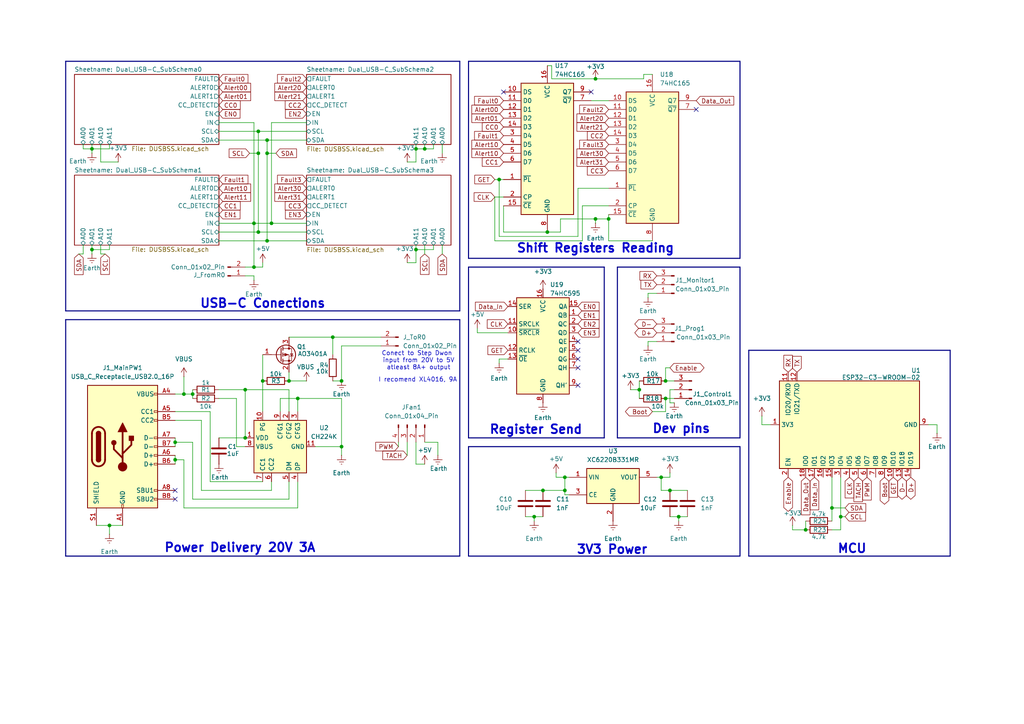
<source format=kicad_sch>
(kicad_sch (version 20250114) (generator "eeschema") (generator_version "9.0")
  (paper "A4")
  (text "MCU" (at 247.142 159.258 0) (effects (font (size 2.54 2.54) (thickness 0.508) (bold yes))))
  (text "Shift Registers Reading\n\n" (at 172.72 74.168 0) (effects (font (size 2.54 2.54) (thickness 0.508) (bold yes))))
  (text "3V3 Power" (at 177.546 159.512 0) (effects (font (size 2.54 2.54) (thickness 0.508) (bold yes))))
  (text "Power Delivery 20V 3A\n\n" (at 69.596 161.036 0) (effects (font (size 2.54 2.54) (thickness 0.508) (bold yes))))
  (text "I recomend XL4016, 9A" (at 121.158 110.236 0) (effects (font (size 1.27 1.27))))
  (text "Dev pins\n" (at 197.612 124.46 0) (effects (font (size 2.54 2.54) (thickness 0.508) (bold yes))))
  (text "USB-C Conections\n" (at 76.2 88.138 0) (effects (font (size 2.54 2.54) (thickness 0.508) (bold yes))))
  (text "Conect to Step Dwon \ninput from 20V to 5V\natleast 8A+ output\n\n" (at 121.412 105.664 0) (effects (font (size 1.27 1.27))))
  (text "Register Send" (at 155.448 124.714 0) (effects (font (size 2.54 2.54) (thickness 0.508) (bold yes))))
  (junction (at 86.36 115.57))
  (junction (at 83.82 110.49))
  (junction (at 120.65 43.18))
  (junction (at 26.67 43.18))
  (junction (at 176.53 63.5))
  (junction (at 50.8 128.27))
  (junction (at 233.68 153.67))
  (junction (at 185.42 113.03))
  (junction (at 53.34 114.3))
  (junction (at 163.83 138.43))
  (junction (at 194.31 142.24))
  (junction (at 99.06 129.54))
  (junction (at 31.75 152.4))
  (junction (at 120.65 72.39))
  (junction (at 76.2 110.49))
  (junction (at 172.72 22.86))
  (junction (at 144.78 52.07))
  (junction (at 77.47 40.64))
  (junction (at 157.48 142.24))
  (junction (at 163.83 142.24))
  (junction (at 193.04 110.49))
  (junction (at 74.93 38.1))
  (junction (at 50.8 133.35))
  (junction (at 73.66 64.77))
  (junction (at 71.12 113.03))
  (junction (at 73.66 77.47))
  (junction (at 74.93 67.31))
  (junction (at 26.67 72.39))
  (junction (at 172.72 63.5))
  (junction (at 241.3 147.32))
  (junction (at 193.04 115.57))
  (junction (at 74.93 44.45))
  (junction (at 196.85 149.86))
  (junction (at 77.47 69.85))
  (junction (at 55.88 114.3))
  (junction (at 96.52 97.79))
  (junction (at 191.77 138.43))
  (junction (at 78.74 64.77))
  (junction (at 77.47 44.45))
  (junction (at 123.19 43.18))
  (junction (at 154.94 149.86))
  (junction (at 243.84 149.86))
  (junction (at 158.75 67.31))
  (junction (at 71.12 127))
  (junction (at 99.06 110.49))
  (no_connect (at 167.64 104.14))
  (no_connect (at 146.05 26.67))
  (no_connect (at 50.8 144.78))
  (no_connect (at 167.64 111.76))
  (no_connect (at 50.8 142.24))
  (no_connect (at 171.45 26.67))
  (no_connect (at 201.93 31.75))
  (no_connect (at 167.64 101.6))
  (no_connect (at 167.64 99.06))
  (no_connect (at 167.64 106.68))
  (wire (pts (xy 53.34 109.22) (xy 53.34 114.3)))
  (wire (pts (xy 243.84 149.86) (xy 243.84 153.67)))
  (wire (pts (xy 120.65 41.91) (xy 120.65 43.18)))
  (wire (pts (xy 24.13 43.18) (xy 24.13 41.91)))
  (wire (pts (xy 34.29 46.99) (xy 29.21 46.99)))
  (wire (pts (xy 194.31 116.84) (xy 195.58 116.84)))
  (wire (pts (xy 157.48 142.24) (xy 163.83 142.24)))
  (wire (pts (xy 168.91 59.69) (xy 168.91 69.85)))
  (wire (pts (xy 144.78 52.07) (xy 146.05 52.07)))
  (wire (pts (xy 120.65 72.39) (xy 120.65 76.2)))
  (wire (pts (xy 60.96 119.38) (xy 60.96 139.7)))
  (wire (pts (xy 154.94 151.13) (xy 154.94 149.86)))
  (bus (pts (xy 217.17 161.29) (xy 217.17 101.6)))
  (wire (pts (xy 229.87 153.67) (xy 229.87 152.4)))
  (wire (pts (xy 55.88 144.78) (xy 55.88 128.27)))
  (wire (pts (xy 77.47 40.64) (xy 63.5 40.64)))
  (wire (pts (xy 193.04 110.49) (xy 195.58 110.49)))
  (wire (pts (xy 83.82 97.79) (xy 96.52 97.79)))
  (wire (pts (xy 73.66 80.01) (xy 71.12 80.01)))
  (wire (pts (xy 163.83 138.43) (xy 163.83 142.24)))
  (wire (pts (xy 243.84 149.86) (xy 245.11 149.86)))
  (wire (pts (xy 160.02 19.05) (xy 160.02 22.86)))
  (bus (pts (xy 135.89 127) (xy 135.89 77.47)))
  (wire (pts (xy 63.5 64.77) (xy 73.66 64.77)))
  (wire (pts (xy 24.13 71.12) (xy 24.13 73.66)))
  (wire (pts (xy 71.12 113.03) (xy 71.12 127)))
  (bus (pts (xy 133.35 161.29) (xy 19.05 161.29)))
  (wire (pts (xy 127 128.27) (xy 127 132.08)))
  (wire (pts (xy 24.13 73.66) (xy 22.86 73.66)))
  (wire (pts (xy 120.65 128.27) (xy 120.65 134.62)))
  (wire (pts (xy 86.36 115.57) (xy 81.28 115.57)))
  (wire (pts (xy 72.39 44.45) (xy 74.93 44.45)))
  (wire (pts (xy 241.3 147.32) (xy 245.11 147.32)))
  (bus (pts (xy 214.63 17.78) (xy 214.63 74.93)))
  (wire (pts (xy 172.72 64.77) (xy 172.72 63.5)))
  (wire (pts (xy 172.72 63.5) (xy 176.53 63.5)))
  (wire (pts (xy 171.45 29.21) (xy 176.53 29.21)))
  (wire (pts (xy 77.47 44.45) (xy 77.47 69.85)))
  (wire (pts (xy 182.88 113.03) (xy 185.42 113.03)))
  (bus (pts (xy 214.63 129.54) (xy 135.89 129.54)))
  (wire (pts (xy 120.65 43.18) (xy 120.65 46.99)))
  (wire (pts (xy 176.53 59.69) (xy 168.91 59.69)))
  (wire (pts (xy 185.42 113.03) (xy 185.42 115.57)))
  (wire (pts (xy 68.58 115.57) (xy 68.58 129.54)))
  (wire (pts (xy 194.31 142.24) (xy 199.39 142.24)))
  (bus (pts (xy 175.26 77.47) (xy 175.26 127)))
  (wire (pts (xy 74.93 38.1) (xy 88.9 38.1)))
  (bus (pts (xy 19.05 92.71) (xy 133.35 92.71)))
  (wire (pts (xy 53.34 147.32) (xy 53.34 133.35)))
  (bus (pts (xy 175.26 127) (xy 135.89 127)))
  (wire (pts (xy 50.8 132.08) (xy 50.8 133.35)))
  (bus (pts (xy 135.89 17.78) (xy 214.63 17.78)))
  (wire (pts (xy 63.5 115.57) (xy 68.58 115.57)))
  (wire (pts (xy 172.72 22.86) (xy 186.69 22.86)))
  (wire (pts (xy 53.34 114.3) (xy 55.88 114.3)))
  (bus (pts (xy 19.05 90.17) (xy 19.05 17.78)))
  (wire (pts (xy 83.82 110.49) (xy 88.9 110.49)))
  (wire (pts (xy 176.53 63.5) (xy 176.53 62.23)))
  (wire (pts (xy 86.36 119.38) (xy 86.36 115.57)))
  (wire (pts (xy 143.51 57.15) (xy 146.05 57.15)))
  (wire (pts (xy 77.47 44.45) (xy 80.01 44.45)))
  (bus (pts (xy 214.63 127) (xy 214.63 77.47)))
  (bus (pts (xy 133.35 17.78) (xy 133.35 90.17)))
  (wire (pts (xy 99.06 115.57) (xy 99.06 129.54)))
  (wire (pts (xy 189.23 21.59) (xy 186.69 21.59)))
  (wire (pts (xy 50.8 114.3) (xy 53.34 114.3)))
  (wire (pts (xy 63.5 69.85) (xy 77.47 69.85)))
  (wire (pts (xy 187.96 85.09) (xy 187.96 86.36)))
  (wire (pts (xy 74.93 44.45) (xy 74.93 67.31)))
  (wire (pts (xy 78.74 35.56) (xy 88.9 35.56)))
  (wire (pts (xy 243.84 153.67) (xy 241.3 153.67)))
  (bus (pts (xy 133.35 90.17) (xy 19.05 90.17)))
  (bus (pts (xy 135.89 129.54) (xy 135.89 161.29)))
  (bus (pts (xy 275.59 101.6) (xy 275.59 161.29)))
  (wire (pts (xy 193.04 115.57) (xy 195.58 115.57)))
  (wire (pts (xy 50.8 128.27) (xy 50.8 129.54)))
  (wire (pts (xy 55.88 113.03) (xy 55.88 114.3)))
  (wire (pts (xy 176.53 54.61) (xy 167.64 54.61)))
  (wire (pts (xy 68.58 129.54) (xy 71.12 129.54)))
  (wire (pts (xy 243.84 138.43) (xy 243.84 149.86)))
  (bus (pts (xy 135.89 77.47) (xy 175.26 77.47)))
  (wire (pts (xy 86.36 115.57) (xy 99.06 115.57)))
  (bus (pts (xy 19.05 161.29) (xy 19.05 92.71)))
  (wire (pts (xy 152.4 142.24) (xy 157.48 142.24)))
  (wire (pts (xy 96.52 110.49) (xy 99.06 110.49)))
  (wire (pts (xy 31.75 43.18) (xy 26.67 43.18)))
  (wire (pts (xy 76.2 110.49) (xy 76.2 119.38)))
  (wire (pts (xy 191.77 138.43) (xy 194.31 138.43)))
  (wire (pts (xy 73.66 35.56) (xy 73.66 64.77)))
  (wire (pts (xy 167.64 54.61) (xy 167.64 68.58)))
  (wire (pts (xy 193.04 106.68) (xy 193.04 110.49)))
  (wire (pts (xy 123.19 41.91) (xy 123.19 43.18)))
  (wire (pts (xy 60.96 139.7) (xy 76.2 139.7)))
  (wire (pts (xy 120.65 46.99) (xy 118.11 46.99)))
  (wire (pts (xy 73.66 77.47) (xy 76.2 77.47)))
  (wire (pts (xy 31.75 152.4) (xy 35.56 152.4)))
  (bus (pts (xy 135.89 74.93) (xy 135.89 17.78)))
  (wire (pts (xy 229.87 153.67) (xy 233.68 153.67)))
  (wire (pts (xy 71.12 77.47) (xy 73.66 77.47)))
  (wire (pts (xy 168.91 69.85) (xy 143.51 69.85)))
  (wire (pts (xy 187.96 99.06) (xy 187.96 100.33)))
  (wire (pts (xy 194.31 113.03) (xy 194.31 116.84)))
  (wire (pts (xy 146.05 67.31) (xy 158.75 67.31)))
  (wire (pts (xy 138.43 96.52) (xy 147.32 96.52)))
  (wire (pts (xy 147.32 104.14) (xy 144.78 104.14)))
  (wire (pts (xy 160.02 22.86) (xy 172.72 22.86)))
  (wire (pts (xy 220.98 120.65) (xy 220.98 123.19)))
  (wire (pts (xy 78.74 64.77) (xy 88.9 64.77)))
  (wire (pts (xy 73.66 64.77) (xy 73.66 77.47)))
  (wire (pts (xy 194.31 149.86) (xy 196.85 149.86)))
  (wire (pts (xy 71.12 113.03) (xy 83.82 113.03)))
  (wire (pts (xy 99.06 100.33) (xy 99.06 110.49)))
  (wire (pts (xy 194.31 106.68) (xy 193.04 106.68)))
  (wire (pts (xy 163.83 143.51) (xy 165.1 143.51)))
  (wire (pts (xy 123.19 43.18) (xy 120.65 43.18)))
  (wire (pts (xy 191.77 138.43) (xy 190.5 138.43)))
  (wire (pts (xy 77.47 40.64) (xy 88.9 40.64)))
  (wire (pts (xy 27.94 152.4) (xy 31.75 152.4)))
  (wire (pts (xy 26.67 44.45) (xy 26.67 43.18)))
  (wire (pts (xy 31.75 41.91) (xy 31.75 43.18)))
  (wire (pts (xy 120.65 76.2) (xy 118.11 76.2)))
  (wire (pts (xy 189.23 69.85) (xy 176.53 69.85)))
  (bus (pts (xy 135.89 161.29) (xy 214.63 161.29)))
  (wire (pts (xy 91.44 129.54) (xy 99.06 129.54)))
  (wire (pts (xy 30.48 73.66) (xy 29.21 73.66)))
  (wire (pts (xy 31.75 71.12) (xy 31.75 72.39)))
  (wire (pts (xy 55.88 114.3) (xy 55.88 115.57)))
  (wire (pts (xy 163.83 142.24) (xy 163.83 143.51)))
  (wire (pts (xy 31.75 154.94) (xy 31.75 152.4)))
  (wire (pts (xy 125.73 41.91) (xy 125.73 43.18)))
  (wire (pts (xy 123.19 71.12) (xy 123.19 73.66)))
  (wire (pts (xy 58.42 121.92) (xy 58.42 142.24)))
  (wire (pts (xy 162.56 63.5) (xy 162.56 67.31)))
  (wire (pts (xy 74.93 67.31) (xy 88.9 67.31)))
  (wire (pts (xy 110.49 100.33) (xy 99.06 100.33)))
  (wire (pts (xy 77.47 40.64) (xy 77.47 44.45)))
  (bus (pts (xy 179.07 127) (xy 214.63 127)))
  (wire (pts (xy 161.29 138.43) (xy 163.83 138.43)))
  (wire (pts (xy 172.72 63.5) (xy 162.56 63.5)))
  (wire (pts (xy 63.5 127) (xy 71.12 127)))
  (wire (pts (xy 26.67 72.39) (xy 31.75 72.39)))
  (bus (pts (xy 275.59 161.29) (xy 217.17 161.29)))
  (wire (pts (xy 176.53 69.85) (xy 176.53 63.5)))
  (wire (pts (xy 83.82 144.78) (xy 55.88 144.78)))
  (wire (pts (xy 120.65 134.62) (xy 123.19 134.62)))
  (wire (pts (xy 158.75 67.31) (xy 162.56 67.31)))
  (wire (pts (xy 123.19 128.27) (xy 127 128.27)))
  (wire (pts (xy 63.5 113.03) (xy 71.12 113.03)))
  (wire (pts (xy 167.64 68.58) (xy 144.78 68.58)))
  (wire (pts (xy 158.75 19.05) (xy 160.02 19.05)))
  (wire (pts (xy 154.94 149.86) (xy 157.48 149.86)))
  (bus (pts (xy 179.07 77.47) (xy 179.07 127)))
  (wire (pts (xy 233.68 151.13) (xy 233.68 153.67)))
  (bus (pts (xy 19.05 17.78) (xy 133.35 17.78)))
  (wire (pts (xy 115.57 128.27) (xy 115.57 129.54)))
  (wire (pts (xy 50.8 121.92) (xy 58.42 121.92)))
  (wire (pts (xy 125.73 43.18) (xy 123.19 43.18)))
  (wire (pts (xy 152.4 149.86) (xy 154.94 149.86)))
  (bus (pts (xy 133.35 92.71) (xy 133.35 161.29)))
  (bus (pts (xy 217.17 101.6) (xy 275.59 101.6)))
  (wire (pts (xy 120.65 71.12) (xy 120.65 72.39)))
  (wire (pts (xy 96.52 97.79) (xy 96.52 102.87)))
  (wire (pts (xy 138.43 95.25) (xy 138.43 96.52)))
  (wire (pts (xy 50.8 119.38) (xy 60.96 119.38)))
  (wire (pts (xy 143.51 52.07) (xy 144.78 52.07)))
  (wire (pts (xy 63.5 67.31) (xy 74.93 67.31)))
  (wire (pts (xy 74.93 38.1) (xy 63.5 38.1)))
  (wire (pts (xy 161.29 137.16) (xy 161.29 138.43)))
  (wire (pts (xy 50.8 127) (xy 50.8 128.27)))
  (wire (pts (xy 190.5 99.06) (xy 187.96 99.06)))
  (bus (pts (xy 214.63 74.93) (xy 135.89 74.93)))
  (wire (pts (xy 86.36 147.32) (xy 53.34 147.32)))
  (wire (pts (xy 77.47 69.85) (xy 88.9 69.85)))
  (bus (pts (xy 179.07 77.47) (xy 214.63 77.47)))
  (wire (pts (xy 190.5 85.09) (xy 187.96 85.09)))
  (wire (pts (xy 73.66 64.77) (xy 78.74 64.77)))
  (wire (pts (xy 96.52 97.79) (xy 110.49 97.79)))
  (wire (pts (xy 189.23 119.38) (xy 193.04 119.38)))
  (wire (pts (xy 125.73 71.12) (xy 125.73 72.39)))
  (wire (pts (xy 241.3 147.32) (xy 241.3 151.13)))
  (wire (pts (xy 99.06 129.54) (xy 99.06 132.08)))
  (wire (pts (xy 76.2 77.47) (xy 76.2 76.2)))
  (wire (pts (xy 146.05 59.69) (xy 146.05 67.31)))
  (wire (pts (xy 58.42 142.24) (xy 78.74 142.24)))
  (wire (pts (xy 83.82 107.95) (xy 83.82 110.49)))
  (wire (pts (xy 50.8 133.35) (xy 53.34 133.35)))
  (wire (pts (xy 55.88 128.27) (xy 50.8 128.27)))
  (wire (pts (xy 26.67 73.66) (xy 26.67 72.39)))
  (wire (pts (xy 29.21 46.99) (xy 29.21 41.91)))
  (wire (pts (xy 78.74 142.24) (xy 78.74 139.7)))
  (bus (pts (xy 214.63 129.54) (xy 214.63 161.29)))
  (wire (pts (xy 128.27 41.91) (xy 128.27 44.45)))
  (wire (pts (xy 194.31 113.03) (xy 195.58 113.03)))
  (wire (pts (xy 83.82 139.7) (xy 83.82 144.78)))
  (wire (pts (xy 63.5 35.56) (xy 73.66 35.56)))
  (wire (pts (xy 194.31 138.43) (xy 194.31 137.16)))
  (wire (pts (xy 269.24 123.19) (xy 271.78 123.19)))
  (wire (pts (xy 73.66 80.01) (xy 73.66 81.28)))
  (wire (pts (xy 26.67 41.91) (xy 26.67 43.18)))
  (wire (pts (xy 163.83 138.43) (xy 165.1 138.43)))
  (wire (pts (xy 241.3 138.43) (xy 241.3 147.32)))
  (wire (pts (xy 191.77 142.24) (xy 191.77 138.43)))
  (wire (pts (xy 26.67 71.12) (xy 26.67 72.39)))
  (wire (pts (xy 144.78 68.58) (xy 144.78 52.07)))
  (wire (pts (xy 26.67 43.18) (xy 24.13 43.18)))
  (wire (pts (xy 193.04 119.38) (xy 193.04 115.57)))
  (wire (pts (xy 185.42 110.49) (xy 185.42 113.03)))
  (wire (pts (xy 29.21 71.12) (xy 29.21 73.66)))
  (wire (pts (xy 143.51 69.85) (xy 143.51 57.15)))
  (wire (pts (xy 186.69 21.59) (xy 186.69 22.86)))
  (wire (pts (xy 196.85 151.13) (xy 196.85 149.86)))
  (wire (pts (xy 125.73 72.39) (xy 120.65 72.39)))
  (wire (pts (xy 83.82 119.38) (xy 83.82 113.03)))
  (wire (pts (xy 271.78 123.19) (xy 271.78 125.73)))
  (wire (pts (xy 78.74 64.77) (xy 78.74 35.56)))
  (wire (pts (xy 144.78 104.14) (xy 144.78 105.41)))
  (wire (pts (xy 50.8 133.35) (xy 50.8 134.62)))
  (wire (pts (xy 86.36 139.7) (xy 86.36 147.32)))
  (wire (pts (xy 196.85 149.86) (xy 199.39 149.86)))
  (wire (pts (xy 128.27 71.12) (xy 128.27 73.66)))
  (wire (pts (xy 74.93 38.1) (xy 74.93 44.45)))
  (wire (pts (xy 194.31 142.24) (xy 191.77 142.24)))
  (wire (pts (xy 220.98 123.19) (xy 223.52 123.19)))
  (wire (pts (xy 81.28 115.57) (xy 81.28 119.38)))
  (wire (pts (xy 76.2 102.87) (xy 76.2 110.49)))
  (wire (pts (xy 118.11 132.08) (xy 118.11 128.27)))
  (global_label "Fault3" (shape input) (at 176.53 41.91 180) (property "Intersheetrefs" "${INTERSHEET_REFS}" (effects (hide yes))))
  (global_label "EN1" (shape input) (at 63.5 62.23 0) (property "Intersheetrefs" "${INTERSHEET_REFS}" (effects (hide yes))))
  (global_label "SDA" (shape input) (at 80.01 44.45 0) (property "Intersheetrefs" "${INTERSHEET_REFS}" (effects (hide yes))))
  (global_label "Alert01" (shape input) (at 63.5 27.94 0) (property "Intersheetrefs" "${INTERSHEET_REFS}" (effects (hide yes))))
  (global_label "Fault1" (shape input) (at 63.5 52.07 0) (property "Intersheetrefs" "${INTERSHEET_REFS}" (effects (hide yes))))
  (global_label "D-" (shape bidirectional) (at 261.62 138.43 270) (property "Intersheetrefs" "${INTERSHEET_REFS}" (effects (hide yes))))
  (global_label "D+" (shape bidirectional) (at 190.5 96.52 180) (property "Intersheetrefs" "${INTERSHEET_REFS}" (effects (hide yes))))
  (global_label "SCL" (shape input) (at 245.11 149.86 0) (property "Intersheetrefs" "${INTERSHEET_REFS}" (effects (hide yes))))
  (global_label "CC1" (shape input) (at 146.05 46.99 180) (property "Intersheetrefs" "${INTERSHEET_REFS}" (effects (hide yes))))
  (global_label "Data_Out" (shape input) (at 233.68 138.43 270) (property "Intersheetrefs" "${INTERSHEET_REFS}" (effects (hide yes))))
  (global_label "Fault1" (shape input) (at 146.05 39.37 180) (property "Intersheetrefs" "${INTERSHEET_REFS}" (effects (hide yes))))
  (global_label "Data_In" (shape input) (at 147.32 88.9 180) (property "Intersheetrefs" "${INTERSHEET_REFS}" (effects (hide yes))))
  (global_label "Alert30" (shape input) (at 88.9 54.61 180) (property "Intersheetrefs" "${INTERSHEET_REFS}" (effects (hide yes))))
  (global_label "Alert21" (shape input) (at 176.53 36.83 180) (property "Intersheetrefs" "${INTERSHEET_REFS}" (effects (hide yes))))
  (global_label "GET" (shape input) (at 143.51 52.07 180) (property "Intersheetrefs" "${INTERSHEET_REFS}" (effects (hide yes))))
  (global_label "TACH" (shape input) (at 248.92 138.43 270) (property "Intersheetrefs" "${INTERSHEET_REFS}" (effects (hide yes))))
  (global_label "Alert31" (shape input) (at 88.9 57.15 180) (property "Intersheetrefs" "${INTERSHEET_REFS}" (effects (hide yes))))
  (global_label "Alert10" (shape input) (at 146.05 44.45 180) (property "Intersheetrefs" "${INTERSHEET_REFS}" (effects (hide yes))))
  (global_label "Boot" (shape bidirectional) (at 256.54 138.43 270) (property "Intersheetrefs" "${INTERSHEET_REFS}" (effects (hide yes))))
  (global_label "Alert11" (shape input) (at 63.5 57.15 0) (property "Intersheetrefs" "${INTERSHEET_REFS}" (effects (hide yes))))
  (global_label "SCL" (shape input) (at 72.39 44.45 180) (property "Intersheetrefs" "${INTERSHEET_REFS}" (effects (hide yes))))
  (global_label "Alert20" (shape input) (at 88.9 25.4 180) (property "Intersheetrefs" "${INTERSHEET_REFS}" (effects (hide yes))))
  (global_label "CC2" (shape input) (at 88.9 30.48 180) (property "Intersheetrefs" "${INTERSHEET_REFS}" (effects (hide yes))))
  (global_label "CC0" (shape input) (at 146.05 36.83 180) (property "Intersheetrefs" "${INTERSHEET_REFS}" (effects (hide yes))))
  (global_label "TX" (shape input) (at 231.14 107.95 90) (property "Intersheetrefs" "${INTERSHEET_REFS}" (effects (hide yes))))
  (global_label "Fault0" (shape input) (at 146.05 29.21 180) (property "Intersheetrefs" "${INTERSHEET_REFS}" (effects (hide yes))))
  (global_label "EN0" (shape input) (at 167.64 88.9 0) (property "Intersheetrefs" "${INTERSHEET_REFS}" (effects (hide yes))))
  (global_label "PWM" (shape input) (at 251.46 138.43 270) (property "Intersheetrefs" "${INTERSHEET_REFS}" (effects (hide yes))))
  (global_label "Boot" (shape bidirectional) (at 189.23 119.38 180) (property "Intersheetrefs" "${INTERSHEET_REFS}" (effects (hide yes))))
  (global_label "Alert21" (shape input) (at 88.9 27.94 180) (property "Intersheetrefs" "${INTERSHEET_REFS}" (effects (hide yes))))
  (global_label "Enable" (shape bidirectional) (at 194.31 106.68 0) (property "Intersheetrefs" "${INTERSHEET_REFS}" (effects (hide yes))))
  (global_label "D+" (shape bidirectional) (at 264.16 138.43 270) (property "Intersheetrefs" "${INTERSHEET_REFS}" (effects (hide yes))))
  (global_label "SDA" (shape input) (at 128.27 73.66 270) (property "Intersheetrefs" "${INTERSHEET_REFS}" (effects (hide yes))))
  (global_label "Alert20" (shape input) (at 176.53 34.29 180) (property "Intersheetrefs" "${INTERSHEET_REFS}" (effects (hide yes))))
  (global_label "Alert01" (shape input) (at 146.05 34.29 180) (property "Intersheetrefs" "${INTERSHEET_REFS}" (effects (hide yes))))
  (global_label "Alert10" (shape input) (at 146.05 41.91 180) (property "Intersheetrefs" "${INTERSHEET_REFS}" (effects (hide yes))))
  (global_label "GET" (shape input) (at 259.08 138.43 270) (property "Intersheetrefs" "${INTERSHEET_REFS}" (effects (hide yes))))
  (global_label "CC1" (shape input) (at 63.5 59.69 0) (property "Intersheetrefs" "${INTERSHEET_REFS}" (effects (hide yes))))
  (global_label "Alert10" (shape input) (at 63.5 54.61 0) (property "Intersheetrefs" "${INTERSHEET_REFS}" (effects (hide yes))))
  (global_label "EN3" (shape input) (at 167.64 96.52 0) (property "Intersheetrefs" "${INTERSHEET_REFS}" (effects (hide yes))))
  (global_label "SDA" (shape input) (at 245.11 147.32 0) (property "Intersheetrefs" "${INTERSHEET_REFS}" (effects (hide yes))))
  (global_label "Alert00" (shape input) (at 63.5 25.4 0) (property "Intersheetrefs" "${INTERSHEET_REFS}" (effects (hide yes))))
  (global_label "CC0" (shape input) (at 63.5 30.48 0) (property "Intersheetrefs" "${INTERSHEET_REFS}" (effects (hide yes))))
  (global_label "SDA" (shape input) (at 22.86 73.66 270) (property "Intersheetrefs" "${INTERSHEET_REFS}" (effects (hide yes))))
  (global_label "PWM" (shape input) (at 115.57 129.54 180) (property "Intersheetrefs" "${INTERSHEET_REFS}" (effects (hide yes))))
  (global_label "CC2" (shape input) (at 176.53 39.37 180) (property "Intersheetrefs" "${INTERSHEET_REFS}" (effects (hide yes))))
  (global_label "Enable" (shape bidirectional) (at 228.6 138.43 270) (property "Intersheetrefs" "${INTERSHEET_REFS}" (effects (hide yes))))
  (global_label "EN2" (shape input) (at 88.9 33.02 180) (property "Intersheetrefs" "${INTERSHEET_REFS}" (effects (hide yes))))
  (global_label "EN3" (shape input) (at 88.9 62.23 180) (property "Intersheetrefs" "${INTERSHEET_REFS}" (effects (hide yes))))
  (global_label "Fault0" (shape input) (at 63.5 22.86 0) (property "Intersheetrefs" "${INTERSHEET_REFS}" (effects (hide yes))))
  (global_label "Alert30" (shape input) (at 176.53 44.45 180) (property "Intersheetrefs" "${INTERSHEET_REFS}" (effects (hide yes))))
  (global_label "TX" (shape input) (at 190.5 82.55 180) (property "Intersheetrefs" "${INTERSHEET_REFS}" (effects (hide yes))))
  (global_label "CLK" (shape input) (at 246.38 138.43 270) (property "Intersheetrefs" "${INTERSHEET_REFS}" (effects (hide yes))))
  (global_label "Data_In" (shape input) (at 236.22 138.43 270) (property "Intersheetrefs" "${INTERSHEET_REFS}" (effects (hide yes))))
  (global_label "SCL" (shape input) (at 123.19 73.66 270) (property "Intersheetrefs" "${INTERSHEET_REFS}" (effects (hide yes))))
  (global_label "CC3" (shape input) (at 88.9 59.69 180) (property "Intersheetrefs" "${INTERSHEET_REFS}" (effects (hide yes))))
  (global_label "CC3" (shape input) (at 176.53 49.53 180) (property "Intersheetrefs" "${INTERSHEET_REFS}" (effects (hide yes))))
  (global_label "Alert00" (shape input) (at 146.05 31.75 180) (property "Intersheetrefs" "${INTERSHEET_REFS}" (effects (hide yes))))
  (global_label "Fault2" (shape input) (at 176.53 31.75 180) (property "Intersheetrefs" "${INTERSHEET_REFS}" (effects (hide yes))))
  (global_label "Data_Out" (shape input) (at 201.93 29.21 0) (property "Intersheetrefs" "${INTERSHEET_REFS}" (effects (hide yes))))
  (global_label "Fault3" (shape input) (at 88.9 52.07 180) (property "Intersheetrefs" "${INTERSHEET_REFS}" (effects (hide yes))))
  (global_label "TACH" (shape input) (at 118.11 132.08 180) (property "Intersheetrefs" "${INTERSHEET_REFS}" (effects (hide yes))))
  (global_label "GET" (shape input) (at 147.32 101.6 180) (property "Intersheetrefs" "${INTERSHEET_REFS}" (effects (hide yes))))
  (global_label "EN0" (shape input) (at 63.5 33.02 0) (property "Intersheetrefs" "${INTERSHEET_REFS}" (effects (hide yes))))
  (global_label "Alert31" (shape input) (at 176.53 46.99 180) (property "Intersheetrefs" "${INTERSHEET_REFS}" (effects (hide yes))))
  (global_label "D-" (shape bidirectional) (at 190.5 93.98 180) (property "Intersheetrefs" "${INTERSHEET_REFS}" (effects (hide yes))))
  (global_label "CLK" (shape input) (at 147.32 93.98 180) (property "Intersheetrefs" "${INTERSHEET_REFS}" (effects (hide yes))))
  (global_label "RX" (shape input) (at 228.6 107.95 90) (property "Intersheetrefs" "${INTERSHEET_REFS}" (effects (hide yes))))
  (global_label "Fault2" (shape input) (at 88.9 22.86 180) (property "Intersheetrefs" "${INTERSHEET_REFS}" (effects (hide yes))))
  (global_label "SCL" (shape input) (at 30.48 73.66 270) (property "Intersheetrefs" "${INTERSHEET_REFS}" (effects (hide yes))))
  (global_label "EN1" (shape input) (at 167.64 91.44 0) (property "Intersheetrefs" "${INTERSHEET_REFS}" (effects (hide yes))))
  (global_label "CLK" (shape input) (at 143.51 57.15 180) (property "Intersheetrefs" "${INTERSHEET_REFS}" (effects (hide yes))))
  (global_label "RX" (shape input) (at 190.5 80.01 180) (property "Intersheetrefs" "${INTERSHEET_REFS}" (effects (hide yes))))
  (global_label "EN2" (shape input) (at 167.64 93.98 0) (property "Intersheetrefs" "${INTERSHEET_REFS}" (effects (hide yes))))
  (symbol (lib_id "Connector:Conn_01x02_Pin") (at 66.04 80.01 0) (mirror x) (unit 1)
    (property "Reference" "J_FromR0" (at 60.706 79.756 0))
    (property "Value" "Conn_01x02_Pin" (at 57.404 77.47 0))
    (property "Footprint" "Connector_PinHeader_2.54mm:PinHeader_1x02_P2.54mm_Vertical" (effects (hide yes)))
    (property "Description" "Generic connector, single row, 01x02, script generated" (effects (hide yes)))
  )
  (symbol (lib_id "power:Earth") (at 99.06 110.49 0) (unit 1)
    (property "Reference" "#PWR05" (effects (hide yes)))
    (property "Value" "Earth" (at 99.06 114.3 0))
    (property "Description" "Power symbol creates a global label with name \"Earth\"" (effects (hide yes)))
  )
  (symbol (lib_id "Device:C") (at 194.31 146.05 0) (mirror y) (unit 1)
    (property "Reference" "C12" (at 190.5 144.7799 0) (effects (justify left)))
    (property "Value" "10uF" (at 190.5 147.3199 0) (effects (justify left)))
    (property "Footprint" "Capacitor_SMD:C_0603_1608Metric" (effects (hide yes)))
    (property "Description" "Unpolarized capacitor" (effects (hide yes)))
  )
  (symbol (lib_id "Device:R") (at 189.23 115.57 90) (unit 1)
    (property "Reference" "R18" (at 189.23 115.57 90))
    (property "Value" "10k" (at 190.754 117.856 90))
    (property "Footprint" "Resistor_SMD:R_0603_1608Metric" (effects (hide yes)))
    (property "Description" "Resistor" (effects (hide yes)))
  )
  (symbol (lib_id "power:+5V") (at 161.29 137.16 0) (unit 1)
    (property "Reference" "#PWR055" (effects (hide yes)))
    (property "Value" "+5V" (at 161.29 133.096 0))
    (property "Description" "Power symbol creates a global label with name \"+5V\"" (effects (hide yes)))
  )
  (symbol (lib_id "Connector:USB_C_Receptacle_USB2.0_16P") (at 35.56 129.54 0) (unit 1)
    (property "Reference" "J1_MainPW1" (at 35.56 106.68 0))
    (property "Value" "USB_C_Receptacle_USB2.0_16P" (at 35.56 109.22 0))
    (property "Footprint" "Connector_USB:USB_C_Receptacle_GCT_USB4105-xx-A_16P_TopMnt_Horizontal" (effects (hide yes)))
    (property "Datasheet" "https://www.usb.org/sites/default/files/documents/usb_type-c.zip" (effects (hide yes)))
    (property "Description" "USB 2.0-only 16P Type-C Receptacle connector" (effects (hide yes)))
  )
  (symbol (lib_id "Connector:Conn_01x03_Pin") (at 195.58 82.55 180) (unit 1)
    (property "Reference" "J1_Monitor1" (at 195.834 81.28 0) (effects (justify right)))
    (property "Value" "Conn_01x03_Pin" (at 195.834 83.82 0) (effects (justify right)))
    (property "Footprint" "Connector_PinHeader_2.54mm:PinHeader_1x03_P2.54mm_Vertical" (effects (hide yes)))
    (property "Description" "Generic connector, single row, 01x03, script generated" (effects (hide yes)))
  )
  (symbol (lib_id "power:+3V3") (at 34.29 46.99 0) (unit 1)
    (property "Reference" "#PWR072" (effects (hide yes)))
    (property "Value" "+3V3" (at 34.29 42.926 0))
    (property "Description" "Power symbol creates a global label with name \"+3V3\"" (effects (hide yes)))
  )
  (symbol (lib_id "power:+3V3") (at 182.88 113.03 0) (unit 1)
    (property "Reference" "#PWR063" (effects (hide yes)))
    (property "Value" "+3V3" (at 182.88 108.966 0))
    (property "Description" "Power symbol creates a global label with name \"+3V3\"" (effects (hide yes)))
  )
  (symbol (lib_id "power:VBUS") (at 53.34 109.22 0) (unit 1)
    (property "Reference" "#PWR03" (effects (hide yes)))
    (property "Value" "VBUS" (at 53.34 104.14 0))
    (property "Description" "Power symbol creates a global label with name \"VBUS\"" (effects (hide yes)))
  )
  (symbol (lib_id "power:+3V3") (at 172.72 22.86 0) (unit 1)
    (property "Reference" "#PWR058" (effects (hide yes)))
    (property "Value" "+3V3" (at 172.72 19.304 0))
    (property "Description" "Power symbol creates a global label with name \"+3V3\"" (effects (hide yes)))
  )
  (symbol (lib_id "power:+5V") (at 76.2 76.2 0) (unit 1)
    (property "Reference" "#PWR053" (effects (hide yes)))
    (property "Value" "+5V" (at 76.2 72.136 0))
    (property "Description" "Power symbol creates a global label with name \"+5V\"" (effects (hide yes)))
  )
  (symbol (lib_id "power:+3V3") (at 229.87 152.4 0) (unit 1)
    (property "Reference" "#PWR064" (effects (hide yes)))
    (property "Value" "+3V3" (at 229.87 148.844 0))
    (property "Description" "Power symbol creates a global label with name \"+3V3\"" (effects (hide yes)))
  )
  (symbol (lib_id "Device:R") (at 189.23 110.49 90) (unit 1)
    (property "Reference" "R17" (at 189.484 110.49 90))
    (property "Value" "10k" (at 189.23 108.458 90))
    (property "Footprint" "Resistor_SMD:R_0603_1608Metric" (effects (hide yes)))
    (property "Description" "Resistor" (effects (hide yes)))
  )
  (symbol (lib_id "power:Earth") (at 157.48 116.84 0) (unit 1)
    (property "Reference" "#PWR059" (effects (hide yes)))
    (property "Value" "Earth" (at 157.48 121.158 0))
    (property "Description" "Power symbol creates a global label with name \"Earth\"" (effects (hide yes)))
  )
  (symbol (lib_id "power:Earth") (at 63.5 134.62 0) (unit 1)
    (property "Reference" "#PWR052" (effects (hide yes)))
    (property "Value" "Earth" (at 63.754 138.43 0))
    (property "Description" "Power symbol creates a global label with name \"Earth\"" (effects (hide yes)))
  )
  (symbol (lib_id "Device:C") (at 199.39 146.05 0) (unit 1)
    (property "Reference" "C13" (at 203.2 144.7799 0) (effects (justify left)))
    (property "Value" "1nF" (at 203.2 147.3199 0) (effects (justify left)))
    (property "Footprint" "Capacitor_SMD:C_0603_1608Metric" (effects (hide yes)))
    (property "Description" "Unpolarized capacitor" (effects (hide yes)))
  )
  (symbol (lib_id "power:Earth") (at 73.66 81.28 0) (unit 1)
    (property "Reference" "#PWR027" (effects (hide yes)))
    (property "Value" "Earth" (at 73.66 85.344 0))
    (property "Description" "Power symbol creates a global label with name \"Earth\"" (effects (hide yes)))
  )
  (symbol (lib_id "power:Earth") (at 172.72 64.77 0) (unit 1)
    (property "Reference" "#PWR051" (effects (hide yes)))
    (property "Value" "Earth" (at 172.72 69.088 0))
    (property "Description" "Power symbol creates a global label with name \"Earth\"" (effects (hide yes)))
  )
  (symbol (lib_id "Device:C") (at 152.4 146.05 0) (mirror y) (unit 1)
    (property "Reference" "C10" (at 148.59 144.7799 0) (effects (justify left)))
    (property "Value" "10uF" (at 148.59 147.3199 0) (effects (justify left)))
    (property "Footprint" "Capacitor_SMD:C_0603_1608Metric" (effects (hide yes)))
    (property "Description" "Unpolarized capacitor" (effects (hide yes)))
  )
  (symbol (lib_id "power:Earth") (at 26.67 44.45 0) (unit 1)
    (property "Reference" "#PWR065" (effects (hide yes)))
    (property "Value" "Earth" (at 22.606 46.736 0))
    (property "Description" "Power symbol creates a global label with name \"Earth\"" (effects (hide yes)))
  )
  (symbol (lib_id "RF_Module:ESP32-C3-WROOM-02") (at 246.38 123.19 90) (unit 1)
    (property "Reference" "U1" (at 265.684 107.442 90))
    (property "Value" "ESP32-C3-WROOM-02" (at 255.524 109.474 90))
    (property "Footprint" "RF_Module:ESP32-C3-WROOM-02" (effects (hide yes)))
    (property "Datasheet" "https://www.espressif.com/sites/default/files/documentation/esp32-c3-wroom-02_datasheet_en.pdf" (effects (hide yes)))
    (property "Description" "802.11 b/g/n Wi­Fi and Bluetooth 5 module, ESP32­C3 SoC, RISC­V microprocessor, On-board antenna" (effects (hide yes)))
  )
  (symbol (lib_id "power:Earth") (at 154.94 151.13 0) (unit 1)
    (property "Reference" "#PWR043" (effects (hide yes)))
    (property "Value" "Earth" (at 154.94 156.21 0))
    (property "Description" "Power symbol creates a global label with name \"Earth\"" (effects (hide yes)))
  )
  (symbol (lib_id "power:Earth") (at 31.75 154.94 0) (unit 1)
    (property "Reference" "#PWR02" (effects (hide yes)))
    (property "Value" "Earth" (at 31.75 160.02 0))
    (property "Description" "Power symbol creates a global label with name \"Earth\"" (effects (hide yes)))
  )
  (symbol (lib_id "power:Earth") (at 128.27 44.45 0) (unit 1)
    (property "Reference" "#PWR070" (effects (hide yes)))
    (property "Value" "Earth" (at 124.46 46.736 0))
    (property "Description" "Power symbol creates a global label with name \"Earth\"" (effects (hide yes)))
  )
  (symbol (lib_id "power:Earth") (at 177.8 151.13 0) (unit 1)
    (property "Reference" "#PWR033" (effects (hide yes)))
    (property "Value" "Earth" (at 177.8 156.21 0))
    (property "Description" "Power symbol creates a global label with name \"Earth\"" (effects (hide yes)))
  )
  (symbol (lib_id "Device:C") (at 157.48 146.05 0) (unit 1)
    (property "Reference" "C11" (at 161.29 144.7799 0) (effects (justify left)))
    (property "Value" "1nF" (at 161.29 147.3199 0) (effects (justify left)))
    (property "Footprint" "Capacitor_SMD:C_0603_1608Metric" (effects (hide yes)))
    (property "Description" "Unpolarized capacitor" (effects (hide yes)))
  )
  (symbol (lib_id "power:+3V3") (at 220.98 120.65 0) (unit 1)
    (property "Reference" "#PWR056" (effects (hide yes)))
    (property "Value" "+3V3" (at 220.98 115.57 0))
    (property "Description" "Power symbol creates a global label with name \"+3V3\"" (effects (hide yes)))
  )
  (symbol (lib_id "Device:C") (at 63.5 130.81 180) (unit 1)
    (property "Reference" "C1" (at 66.04 129.54 0) (effects (justify right)))
    (property "Value" "1uF" (at 65.786 131.572 0) (effects (justify right)))
    (property "Footprint" "Capacitor_SMD:C_0603_1608Metric" (effects (hide yes)))
    (property "Description" "Unpolarized capacitor" (effects (hide yes)))
  )
  (symbol (lib_id "Device:R") (at 59.69 113.03 90) (unit 1)
    (property "Reference" "R1" (at 59.69 113.03 90))
    (property "Value" "1k" (at 59.69 110.998 90))
    (property "Footprint" "Resistor_SMD:R_0603_1608Metric" (effects (hide yes)))
    (property "Description" "Resistor" (effects (hide yes)))
  )
  (symbol (lib_id "power:Earth") (at 187.96 100.33 0) (unit 1)
    (property "Reference" "#PWR045" (effects (hide yes)))
    (property "Value" "Earth" (at 187.96 104.14 0))
    (property "Description" "Power symbol creates a global label with name \"Earth\"" (effects (hide yes)))
  )
  (symbol (lib_id "power:+5V") (at 138.43 95.25 0) (unit 1)
    (property "Reference" "#PWR060" (effects (hide yes)))
    (property "Value" "+5V" (at 138.43 91.186 0))
    (property "Description" "Power symbol creates a global label with name \"+5V\"" (effects (hide yes)))
  )
  (symbol (lib_id "Device:R") (at 59.69 115.57 90) (unit 1)
    (property "Reference" "R2" (at 59.69 115.57 90))
    (property "Value" "10k" (at 59.69 117.856 90))
    (property "Footprint" "Resistor_SMD:R_0603_1608Metric" (effects (hide yes)))
    (property "Description" "Resistor" (effects (hide yes)))
  )
  (symbol (lib_id "Connector:Conn_01x03_Pin") (at 195.58 96.52 180) (unit 1)
    (property "Reference" "J1_Prog1" (at 195.58 95.25 0) (effects (justify right)))
    (property "Value" "Conn_01x03_Pin" (at 196.088 97.79 0) (effects (justify right)))
    (property "Footprint" "Connector_PinHeader_2.54mm:PinHeader_1x03_P2.54mm_Vertical" (effects (hide yes)))
    (property "Description" "Generic connector, single row, 01x03, script generated" (effects (hide yes)))
  )
  (symbol (lib_id "Interface_USB:CH224K") (at 81.28 129.54 90) (unit 1)
    (property "Reference" "U2" (at 93.98 124.0946 90))
    (property "Value" "CH224K" (at 93.98 126.6346 90))
    (property "Footprint" "Package_SO:SSOP-10-1EP_3.9x4.9mm_P1mm_EP2.1x3.3mm" (effects (hide yes)))
    (property "Datasheet" "https://www.wch.cn/downloads/file/301.html" (effects (hide yes)))
    (property "Description" "100W USB Type-C PD3.0/2.0, BC1.2 Sink Controller, SSOP-10" (effects (hide yes)))
  )
  (symbol (lib_id "Connector:Conn_01x04_Pin") (at 120.65 123.19 270) (unit 1)
    (property "Reference" "JFan1" (at 119.38 118.11 90))
    (property "Value" "Conn_01x04_Pin" (at 119.38 120.65 90))
    (property "Footprint" "Connector:FanPinHeader_1x04_P2.54mm_Vertical" (effects (hide yes)))
    (property "Description" "Generic connector, single row, 01x04, script generated" (effects (hide yes)))
  )
  (symbol (lib_id "Device:R") (at 237.49 151.13 90) (unit 1)
    (property "Reference" "R24" (at 237.744 151.13 90))
    (property "Value" "4.7k" (at 237.49 149.098 90))
    (property "Footprint" "Resistor_SMD:R_0603_1608Metric" (effects (hide yes)))
    (property "Description" "Resistor" (effects (hide yes)))
  )
  (symbol (lib_id "74xx:74HC165") (at 189.23 44.45 0) (unit 1)
    (property "Reference" "U18" (at 191.3733 21.59 0) (effects (justify left)))
    (property "Value" "74HC165" (at 191.3733 24.13 0) (effects (justify left)))
    (property "Footprint" "Package_SO:SOIC-16_3.9x9.9mm_P1.27mm" (effects (hide yes)))
    (property "Datasheet" "https://assets.nexperia.com/documents/data-sheet/74HC_HCT165.pdf" (effects (hide yes)))
    (property "Description" "Shift Register, 8-bit, Parallel Load" (effects (hide yes)))
  )
  (symbol (lib_id "Regulator_Linear:XC6220B331MR") (at 177.8 140.97 0) (unit 1)
    (property "Reference" "U3" (at 177.8 130.81 0))
    (property "Value" "XC6220B331MR" (at 177.8 133.35 0))
    (property "Footprint" "Package_TO_SOT_SMD:SOT-23-5" (effects (hide yes)))
    (property "Datasheet" "https://www.torexsemi.com/file/xc6220/XC6220.pdf" (effects (hide yes)))
    (property "Description" "1A, Low Drop-out Voltage Regulator, Fixed Output 3.3V, SOT-23-5" (effects (hide yes)))
  )
  (symbol (lib_id "Connector:Conn_01x02_Pin") (at 115.57 100.33 180) (unit 1)
    (property "Reference" "J_ToR0" (at 116.84 97.7899 0) (effects (justify right)))
    (property "Value" "Conn_01x02_Pin" (at 116.84 100.3299 0) (effects (justify right)))
    (property "Footprint" "Connector_PinHeader_2.54mm:PinHeader_1x02_P2.54mm_Vertical" (effects (hide yes)))
    (property "Description" "Generic connector, single row, 01x02, script generated" (effects (hide yes)))
  )
  (symbol (lib_id "power:+5V") (at 123.19 134.62 0) (unit 1)
    (property "Reference" "#PWR062" (effects (hide yes)))
    (property "Value" "+5V" (at 123.19 130.556 0))
    (property "Description" "Power symbol creates a global label with name \"+5V\"" (effects (hide yes)))
  )
  (symbol (lib_id "power:Earth") (at 271.78 125.73 0) (unit 1)
    (property "Reference" "#PWR046" (effects (hide yes)))
    (property "Value" "Earth" (at 271.78 129.54 0))
    (property "Description" "Power symbol creates a global label with name \"Earth\"" (effects (hide yes)))
  )
  (symbol (lib_id "power:VBUS") (at 88.9 110.49 0) (unit 1)
    (property "Reference" "#PWR04" (effects (hide yes)))
    (property "Value" "VBUS" (at 88.646 106.426 0))
    (property "Description" "Power symbol creates a global label with name \"VBUS\"" (effects (hide yes)))
  )
  (symbol (lib_id "power:Earth") (at 196.85 151.13 0) (unit 1)
    (property "Reference" "#PWR044" (effects (hide yes)))
    (property "Value" "Earth" (at 196.85 156.21 0))
    (property "Description" "Power symbol creates a global label with name \"Earth\"" (effects (hide yes)))
  )
  (symbol (lib_id "power:+3V3") (at 118.11 76.2 0) (unit 1)
    (property "Reference" "#PWR069" (effects (hide yes)))
    (property "Value" "+3V3" (at 117.348 72.136 0))
    (property "Description" "Power symbol creates a global label with name \"+3V3\"" (effects (hide yes)))
  )
  (symbol (lib_id "power:Earth") (at 144.78 105.41 0) (unit 1)
    (property "Reference" "#PWR061" (effects (hide yes)))
    (property "Value" "Earth" (at 144.78 109.728 0))
    (property "Description" "Power symbol creates a global label with name \"Earth\"" (effects (hide yes)))
  )
  (symbol (lib_id "power:Earth") (at 127 132.08 0) (unit 1)
    (property "Reference" "#PWR066" (effects (hide yes)))
    (property "Value" "Earth" (at 127.254 135.89 0))
    (property "Description" "Power symbol creates a global label with name \"Earth\"" (effects (hide yes)))
  )
  (symbol (lib_id "74xx:74HC165") (at 158.75 41.91 0) (unit 1)
    (property "Reference" "U17" (at 160.8933 19.05 0) (effects (justify left)))
    (property "Value" "74HC165" (at 160.8933 21.59 0) (effects (justify left)))
    (property "Footprint" "Package_SO:SOIC-16_3.9x9.9mm_P1.27mm" (effects (hide yes)))
    (property "Datasheet" "https://assets.nexperia.com/documents/data-sheet/74HC_HCT165.pdf" (effects (hide yes)))
    (property "Description" "Shift Register, 8-bit, Parallel Load" (effects (hide yes)))
  )
  (symbol (lib_id "Device:R") (at 237.49 153.67 270) (unit 1)
    (property "Reference" "R23" (at 237.744 153.67 90))
    (property "Value" "4.7k" (at 237.49 155.702 90))
    (property "Footprint" "Resistor_SMD:R_0603_1608Metric" (effects (hide yes)))
    (property "Description" "Resistor" (effects (hide yes)))
  )
  (symbol (lib_id "Transistor_FET:AO3401A") (at 81.28 102.87 0) (unit 1)
    (property "Reference" "Q1" (at 86.106 100.584 0) (effects (justify left)))
    (property "Value" "AO3401A" (at 86.36 102.616 0) (effects (justify left)))
    (property "Footprint" "Package_TO_SOT_SMD:SOT-23" (effects (hide yes)))
    (property "Datasheet" "http://www.aosmd.com/pdfs/datasheet/AO3401A.pdf" (effects (hide yes)))
    (property "Description" "-4.0A Id, -30V Vds, P-Channel MOSFET, SOT-23" (effects (hide yes)))
  )
  (symbol (lib_id "Device:R") (at 80.01 110.49 90) (unit 1)
    (property "Reference" "R3" (at 80.01 110.49 90))
    (property "Value" "10k" (at 80.01 108.458 90))
    (property "Footprint" "Resistor_SMD:R_0603_1608Metric" (effects (hide yes)))
    (property "Description" "Resistor" (effects (hide yes)))
  )
  (symbol (lib_id "power:+3V3") (at 118.11 46.99 0) (unit 1)
    (property "Reference" "#PWR067" (effects (hide yes)))
    (property "Value" "+3V3" (at 117.602 42.926 0))
    (property "Description" "Power symbol creates a global label with name \"+3V3\"" (effects (hide yes)))
  )
  (symbol (lib_id "power:Earth") (at 187.96 86.36 0) (unit 1)
    (property "Reference" "#PWR057" (effects (hide yes)))
    (property "Value" "Earth" (at 187.96 90.17 0))
    (property "Description" "Power symbol creates a global label with name \"Earth\"" (effects (hide yes)))
  )
  (symbol (lib_id "Connector:Conn_01x03_Pin") (at 200.66 113.03 180) (unit 1)
    (property "Reference" "J1_Control1" (at 200.914 114.3 0) (effects (justify right)))
    (property "Value" "Conn_01x03_Pin" (at 198.628 116.84 0) (effects (justify right)))
    (property "Footprint" "Connector_PinHeader_2.54mm:PinHeader_1x03_P2.54mm_Vertical" (effects (hide yes)))
    (property "Description" "Generic connector, single row, 01x03, script generated" (effects (hide yes)))
  )
  (symbol (lib_id "74xx:74HC595") (at 157.48 99.06 0) (unit 1)
    (property "Reference" "U19" (at 159.512 82.55 0) (effects (justify left)))
    (property "Value" "74HC595" (at 159.512 85.09 0) (effects (justify left)))
    (property "Footprint" "Package_SO:SOIC-16_3.9x9.9mm_P1.27mm" (effects (hide yes)))
    (property "Datasheet" "http://www.ti.com/lit/ds/symlink/sn74hc595.pdf" (effects (hide yes)))
    (property "Description" "8-bit serial in/out Shift Register 3-State Outputs" (effects (hide yes)))
  )
  (symbol (lib_id "power:+3V3") (at 157.48 83.82 0) (unit 1)
    (property "Reference" "#PWR071" (effects (hide yes)))
    (property "Value" "+3V3" (at 157.48 78.74 0))
    (property "Description" "Power symbol creates a global label with name \"+3V3\"" (effects (hide yes)))
  )
  (symbol (lib_id "power:Earth") (at 99.06 132.08 0) (unit 1)
    (property "Reference" "#PWR01" (effects (hide yes)))
    (property "Value" "Earth" (at 99.06 137.16 0))
    (property "Description" "Power symbol creates a global label with name \"Earth\"" (effects (hide yes)))
  )
  (symbol (lib_id "power:Earth") (at 195.58 116.84 0) (unit 1)
    (property "Reference" "#PWR047" (effects (hide yes)))
    (property "Value" "Earth" (at 195.58 120.65 0))
    (property "Description" "Power symbol creates a global label with name \"Earth\"" (effects (hide yes)))
  )
  (symbol (lib_id "power:Earth") (at 26.67 73.66 0) (unit 1)
    (property "Reference" "#PWR068" (effects (hide yes)))
    (property "Value" "Earth" (at 26.67 77.724 0))
    (property "Description" "Power symbol creates a global label with name \"Earth\"" (effects (hide yes)))
  )
  (symbol (lib_id "power:+3V3") (at 194.31 137.16 0) (unit 1)
    (property "Reference" "#PWR054" (effects (hide yes)))
    (property "Value" "+3V3" (at 194.31 133.096 0))
    (property "Description" "Power symbol creates a global label with name \"+3V3\"" (effects (hide yes)))
  )
  (symbol (lib_id "Device:R") (at 96.52 106.68 180) (unit 1)
    (property "Reference" "R4" (at 93.98 105.918 0))
    (property "Value" "10k" (at 93.472 107.696 0))
    (property "Footprint" "Resistor_SMD:R_0603_1608Metric" (effects (hide yes)))
    (property "Description" "Resistor" (effects (hide yes)))
  )
  (sheet (at 21.59 21.59) (size 41.91 20.32) (stroke (width 0.1524))
    (property "Sheetname" "Dual_USB-C_SubSchema0" (at 21.59 20.8784 0) (show_name yes) (effects (justify left bottom)))
    (property "Sheetfile" "DUSBSS.kicad_sch" (at 38.1 42.418 0) (effects (justify left top)))
    (pin "SCL" bidirectional (at 63.5 38.1 0))
    (pin "SDA" bidirectional (at 63.5 40.64 0))
    (pin "FAULT" output (at 63.5 22.86 0))
    (pin "EN" input (at 63.5 33.02 0))
    (pin "CC_DETECT" output (at 63.5 30.48 0))
    (pin "IN" input (at 63.5 35.56 0))
    (pin "ALERT0" output (at 63.5 25.4 0))
    (pin "ALERT1" output (at 63.5 27.94 0))
    (pin "A01" bidirectional (at 26.67 41.91 270))
    (pin "A11" bidirectional (at 31.75 41.91 270))
    (pin "A00" bidirectional (at 24.13 41.91 270))
    (pin "A10" bidirectional (at 29.21 41.91 270))
  )
  (sheet (at 88.9 21.59) (size 41.91 20.32) (stroke (width 0.1524))
    (property "Sheetname" "Dual_USB-C_SubSchema2" (at 88.9 20.8784 0) (show_name yes) (effects (justify left bottom)))
    (property "Sheetfile" "DUSBSS.kicad_sch" (at 88.9 42.4946 0) (effects (justify left top)))
    (pin "SCL" bidirectional (at 88.9 38.1 180))
    (pin "SDA" bidirectional (at 88.9 40.64 180))
    (pin "FAULT" output (at 88.9 22.86 180))
    (pin "EN" input (at 88.9 33.02 180))
    (pin "CC_DETECT" output (at 88.9 30.48 180))
    (pin "IN" input (at 88.9 35.56 180))
    (pin "ALERT0" output (at 88.9 25.4 180))
    (pin "ALERT1" output (at 88.9 27.94 180))
    (pin "A01" bidirectional (at 125.73 41.91 270))
    (pin "A11" bidirectional (at 120.65 41.91 270))
    (pin "A00" bidirectional (at 128.27 41.91 270))
    (pin "A10" bidirectional (at 123.19 41.91 270))
  )
  (sheet (at 88.9 50.8) (size 41.91 20.32) (stroke (width 0.1524))
    (property "Sheetname" "Dual_USB-C_SubSchema3" (at 88.9 50.0884 0) (show_name yes) (effects (justify left bottom)))
    (property "Sheetfile" "DUSBSS.kicad_sch" (at 88.9 71.7046 0) (effects (justify left top)))
    (pin "SCL" bidirectional (at 88.9 67.31 180))
    (pin "SDA" bidirectional (at 88.9 69.85 180))
    (pin "FAULT" output (at 88.9 52.07 180))
    (pin "EN" input (at 88.9 62.23 180))
    (pin "CC_DETECT" output (at 88.9 59.69 180))
    (pin "IN" input (at 88.9 64.77 180))
    (pin "ALERT0" output (at 88.9 54.61 180))
    (pin "ALERT1" output (at 88.9 57.15 180))
    (pin "A01" bidirectional (at 125.73 71.12 270))
    (pin "A11" bidirectional (at 120.65 71.12 270))
    (pin "A00" bidirectional (at 128.27 71.12 270))
    (pin "A10" bidirectional (at 123.19 71.12 270))
  )
  (sheet (at 21.59 50.8) (size 41.91 20.32) (stroke (width 0.1524))
    (property "Sheetname" "Dual_USB-C_SubSchema1" (at 21.59 50.0884 0) (show_name yes) (effects (justify left bottom)))
    (property "Sheetfile" "DUSBSS.kicad_sch" (at 38.1 71.628 0) (effects (justify left top)))
    (pin "SCL" bidirectional (at 63.5 67.31 0))
    (pin "SDA" bidirectional (at 63.5 69.85 0))
    (pin "FAULT" output (at 63.5 52.07 0))
    (pin "EN" input (at 63.5 62.23 0))
    (pin "CC_DETECT" output (at 63.5 59.69 0))
    (pin "IN" input (at 63.5 64.77 0))
    (pin "ALERT0" output (at 63.5 54.61 0))
    (pin "ALERT1" output (at 63.5 57.15 0))
    (pin "A01" bidirectional (at 26.67 71.12 270))
    (pin "A11" bidirectional (at 31.75 71.12 270))
    (pin "A00" bidirectional (at 24.13 71.12 270))
    (pin "A10" bidirectional (at 29.21 71.12 270))
  )
)
</source>
